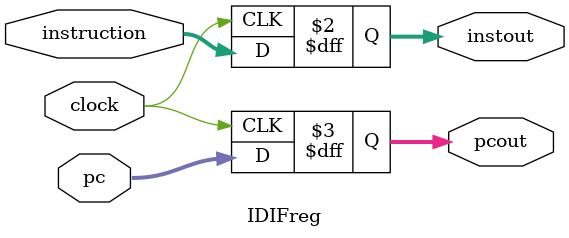
<source format=v>
module IDIFreg (instout, pcout, instruction, pc, clock);

output reg[31:0] instout, pcout;
input  [31:0] instruction,pc;
input clock;
 
always@(posedge clock)
begin
instout=instruction;
pcout=pc;
end

endmodule
</source>
